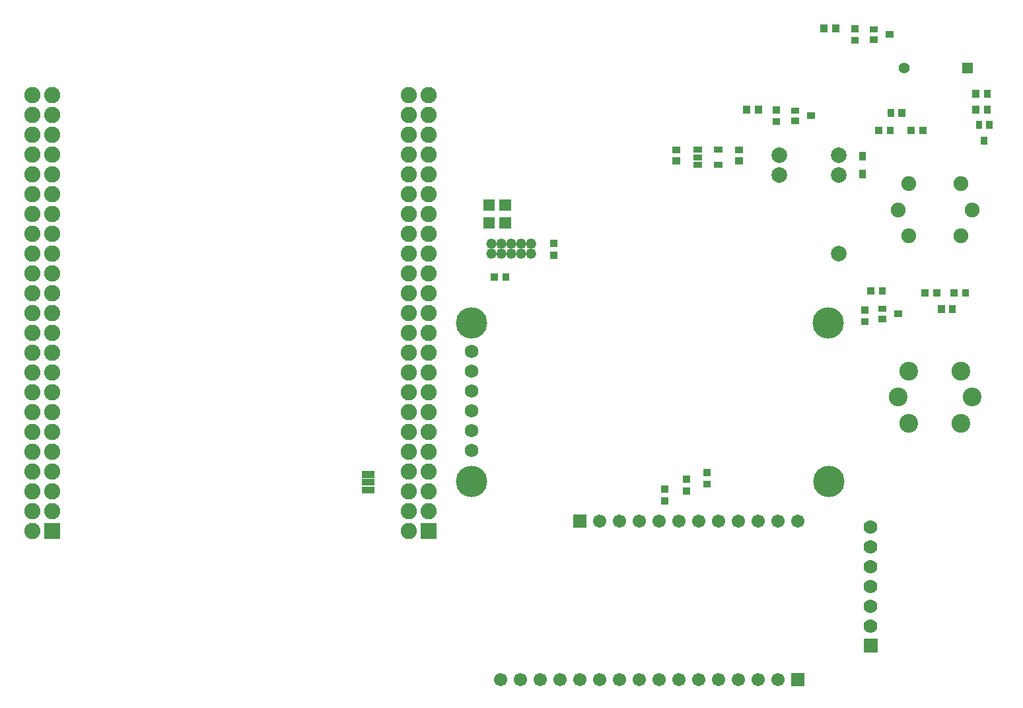
<source format=gts>
G04 Layer: TopSolderMaskLayer*
G04 EasyEDA v6.4.25, 2021-11-15T20:25:19--5:00*
G04 f133b9dff01e4a4db271285c1a4d3a4a,c6d70c2b7c21449b8329efc8d1611fca,10*
G04 Gerber Generator version 0.2*
G04 Scale: 100 percent, Rotated: No, Reflected: No *
G04 Dimensions in inches *
G04 leading zeros omitted , absolute positions ,3 integer and 6 decimal *
%FSLAX36Y36*%
%MOIN*%

%ADD47C,0.0552*%
%ADD48C,0.0789*%
%ADD50C,0.0700*%
%ADD51C,0.0946*%
%ADD52C,0.0680*%
%ADD53C,0.1580*%
%ADD54C,0.0748*%
%ADD55C,0.0520*%
%ADD60C,0.0670*%
%ADD65R,0.0820X0.0820*%
%ADD66C,0.0820*%

%LPD*%
G36*
X4997399Y2887399D02*
G01*
X4997399Y2942600D01*
X5052600Y2942600D01*
X5052600Y2887399D01*
G37*
D47*
G01*
X4705000Y2915000D03*
D48*
G01*
X4075829Y2475819D03*
G01*
X4375039Y2475819D03*
G01*
X4075829Y2375819D03*
G01*
X4375039Y2375819D03*
G01*
X4375039Y1978189D03*
G36*
X4500000Y-35000D02*
G01*
X4500000Y35000D01*
X4570000Y35000D01*
X4570000Y-35000D01*
G37*
D50*
G01*
X4535000Y100000D03*
G01*
X4535000Y200000D03*
G01*
X4535000Y300000D03*
G01*
X4535000Y400000D03*
G01*
X4535000Y500000D03*
G01*
X4535000Y600000D03*
D51*
G01*
X4673000Y1255000D03*
G01*
X5046999Y1255000D03*
G01*
X4728000Y1386999D03*
G01*
X4991999Y1386999D03*
G01*
X4728000Y1123000D03*
G01*
X4991999Y1123000D03*
D52*
G01*
X2520000Y985000D03*
G01*
X2520000Y1085000D03*
G01*
X2520000Y1185000D03*
G01*
X2520000Y1285000D03*
G01*
X2520000Y1385000D03*
G01*
X2520000Y1485000D03*
D53*
G01*
X2520000Y830000D03*
G01*
X2520000Y1630000D03*
G01*
X4325000Y830000D03*
G01*
X4320000Y1630000D03*
D54*
G01*
X4673000Y2200000D03*
G01*
X5046999Y2200000D03*
G01*
X4728000Y2068000D03*
G01*
X4728000Y2331999D03*
G01*
X4991999Y2331999D03*
G01*
X4991999Y2068000D03*
D55*
G01*
X2620000Y1980000D03*
G01*
X2670000Y1980000D03*
G01*
X2720000Y1980000D03*
G01*
X2770000Y1980000D03*
G01*
X2820000Y1980000D03*
G01*
X2620000Y2030000D03*
G01*
X2670000Y2030000D03*
G01*
X2720000Y2030000D03*
G01*
X2770000Y2030000D03*
G01*
X2820000Y2030000D03*
G36*
X4478199Y2357199D02*
G01*
X4478199Y2400500D01*
X4511800Y2400500D01*
X4511800Y2357199D01*
G37*
G36*
X4478199Y2449499D02*
G01*
X4478199Y2492800D01*
X4511800Y2492800D01*
X4511800Y2449499D01*
G37*
G36*
X1968400Y846599D02*
G01*
X1968400Y882100D01*
X2031599Y882100D01*
X2031599Y846599D01*
G37*
G36*
X1968400Y807199D02*
G01*
X1968400Y842800D01*
X2031599Y842800D01*
X2031599Y807199D01*
G37*
G36*
X1968400Y767800D02*
G01*
X1968400Y803400D01*
X2031599Y803400D01*
X2031599Y767800D01*
G37*
G36*
X3850299Y2484800D02*
G01*
X3850299Y2520300D01*
X3889700Y2520300D01*
X3889700Y2484800D01*
G37*
G36*
X3850299Y2429699D02*
G01*
X3850299Y2465200D01*
X3889700Y2465200D01*
X3889700Y2429699D01*
G37*
G36*
X3535299Y2484800D02*
G01*
X3535299Y2520300D01*
X3574700Y2520300D01*
X3574700Y2484800D01*
G37*
G36*
X3535299Y2429699D02*
G01*
X3535299Y2465200D01*
X3574700Y2465200D01*
X3574700Y2429699D01*
G37*
G36*
X4133500Y-203499D02*
G01*
X4133500Y-136500D01*
X4200500Y-136500D01*
X4200500Y-203499D01*
G37*
D60*
G01*
X4066989Y-170000D03*
G01*
X3966989Y-170000D03*
G01*
X3866989Y-170000D03*
G01*
X3766989Y-170000D03*
G01*
X3666989Y-170000D03*
G01*
X3566989Y-170000D03*
G01*
X3466989Y-170000D03*
G01*
X3366989Y-170000D03*
G01*
X3266989Y-170000D03*
G01*
X3166989Y-170000D03*
G01*
X3066989Y-170000D03*
G01*
X2966989Y-170000D03*
G01*
X2866989Y-170000D03*
G01*
X2766989Y-170000D03*
G01*
X2666989Y-170000D03*
G01*
X4166989Y630000D03*
G01*
X4066989Y630000D03*
G01*
X3966989Y630000D03*
G01*
X3866989Y630000D03*
G01*
X3766989Y630000D03*
G01*
X3666989Y630000D03*
G01*
X3566989Y630000D03*
G01*
X3466989Y630000D03*
G01*
X3366989Y630000D03*
G01*
X3266989Y630000D03*
G01*
X3166989Y630000D03*
G36*
X3033500Y596500D02*
G01*
X3033500Y663499D01*
X3100500Y663499D01*
X3100500Y596500D01*
G37*
G36*
X4575299Y1685199D02*
G01*
X4575299Y1716799D01*
X4614700Y1716799D01*
X4614700Y1685199D01*
G37*
G36*
X4575299Y1633200D02*
G01*
X4575299Y1664800D01*
X4614700Y1664800D01*
X4614700Y1633200D01*
G37*
G36*
X4655299Y1659200D02*
G01*
X4655299Y1690799D01*
X4694700Y1690799D01*
X4694700Y1659200D01*
G37*
G36*
X4530299Y3095200D02*
G01*
X4530299Y3126799D01*
X4569700Y3126799D01*
X4569700Y3095200D01*
G37*
G36*
X4530299Y3043200D02*
G01*
X4530299Y3074800D01*
X4569700Y3074800D01*
X4569700Y3043200D01*
G37*
G36*
X4610299Y3069200D02*
G01*
X4610299Y3100799D01*
X4649700Y3100799D01*
X4649700Y3069200D01*
G37*
G36*
X5118500Y2610300D02*
G01*
X5118500Y2649699D01*
X5150100Y2649699D01*
X5150100Y2610300D01*
G37*
G36*
X5066499Y2610300D02*
G01*
X5066499Y2649699D01*
X5098100Y2649699D01*
X5098100Y2610300D01*
G37*
G36*
X5092500Y2530300D02*
G01*
X5092500Y2569699D01*
X5124099Y2569699D01*
X5124099Y2530300D01*
G37*
G36*
X4135299Y2685200D02*
G01*
X4135299Y2716799D01*
X4174700Y2716799D01*
X4174700Y2685200D01*
G37*
G36*
X4135299Y2633200D02*
G01*
X4135299Y2664800D01*
X4174700Y2664800D01*
X4174700Y2633200D01*
G37*
G36*
X4215299Y2659200D02*
G01*
X4215299Y2690799D01*
X4254700Y2690799D01*
X4254700Y2659200D01*
G37*
G36*
X4996800Y1760999D02*
G01*
X4996800Y1799000D01*
X5032500Y1799000D01*
X5032500Y1760999D01*
G37*
G36*
X4937500Y1760999D02*
G01*
X4937500Y1799000D01*
X4973199Y1799000D01*
X4973199Y1760999D01*
G37*
G36*
X2617500Y1840999D02*
G01*
X2617500Y1879000D01*
X2653199Y1879000D01*
X2653199Y1840999D01*
G37*
G36*
X2676800Y1840999D02*
G01*
X2676800Y1879000D01*
X2712500Y1879000D01*
X2712500Y1840999D01*
G37*
G36*
X2916000Y1952500D02*
G01*
X2916000Y1988200D01*
X2953999Y1988200D01*
X2953999Y1952500D01*
G37*
G36*
X2916000Y2011799D02*
G01*
X2916000Y2047500D01*
X2953999Y2047500D01*
X2953999Y2011799D01*
G37*
G36*
X4851800Y1760999D02*
G01*
X4851800Y1799000D01*
X4887500Y1799000D01*
X4887500Y1760999D01*
G37*
G36*
X4792500Y1760999D02*
G01*
X4792500Y1799000D01*
X4828199Y1799000D01*
X4828199Y1760999D01*
G37*
G36*
X4722500Y2580999D02*
G01*
X4722500Y2619000D01*
X4758199Y2619000D01*
X4758199Y2580999D01*
G37*
G36*
X4781800Y2580999D02*
G01*
X4781800Y2619000D01*
X4817500Y2619000D01*
X4817500Y2580999D01*
G37*
G36*
X4557500Y2580999D02*
G01*
X4557500Y2619000D01*
X4593199Y2619000D01*
X4593199Y2580999D01*
G37*
G36*
X4616800Y2580999D02*
G01*
X4616800Y2619000D01*
X4652500Y2619000D01*
X4652500Y2580999D01*
G37*
D65*
G01*
X2305000Y580000D03*
D66*
G01*
X2205000Y580000D03*
G01*
X2305000Y680000D03*
G01*
X2205000Y680000D03*
G01*
X2305000Y780000D03*
G01*
X2205000Y780000D03*
G01*
X2305000Y880000D03*
G01*
X2205000Y880000D03*
G01*
X2305000Y980000D03*
G01*
X2205000Y980000D03*
G01*
X2305000Y1080000D03*
G01*
X2205000Y1080000D03*
G01*
X2305000Y1180000D03*
G01*
X2205000Y1180000D03*
G01*
X2305000Y1280000D03*
G01*
X2205000Y1280000D03*
G01*
X2305000Y1380000D03*
G01*
X2205000Y1380000D03*
G01*
X2305000Y1480000D03*
G01*
X2205000Y1480000D03*
G01*
X2305000Y1580000D03*
G01*
X2205000Y1580000D03*
G01*
X2305000Y1680000D03*
G01*
X2205000Y1680000D03*
G01*
X2305000Y1780000D03*
G01*
X2205000Y1780000D03*
G01*
X2305000Y1880000D03*
G01*
X2205000Y1880000D03*
G01*
X2305000Y1980000D03*
G01*
X2205000Y1980000D03*
G01*
X2305000Y2080000D03*
G01*
X2205000Y2080000D03*
G01*
X2305000Y2180000D03*
G01*
X2205000Y2180000D03*
G01*
X2305000Y2280000D03*
G01*
X2205000Y2280000D03*
G01*
X2305000Y2380000D03*
G01*
X2205000Y2380000D03*
G01*
X2305000Y2480000D03*
G01*
X2205000Y2480000D03*
G01*
X2305000Y2580000D03*
G01*
X2205000Y2580000D03*
G01*
X2305000Y2680000D03*
G01*
X2205000Y2680000D03*
G01*
X2305000Y2780000D03*
G01*
X2205000Y2780000D03*
D65*
G01*
X405000Y580000D03*
D66*
G01*
X305000Y580000D03*
G01*
X405000Y680000D03*
G01*
X305000Y680000D03*
G01*
X405000Y780000D03*
G01*
X305000Y780000D03*
G01*
X405000Y880000D03*
G01*
X305000Y880000D03*
G01*
X405000Y980000D03*
G01*
X305000Y980000D03*
G01*
X405000Y1080000D03*
G01*
X305000Y1080000D03*
G01*
X405000Y1180000D03*
G01*
X305000Y1180000D03*
G01*
X405000Y1280000D03*
G01*
X305000Y1280000D03*
G01*
X405000Y1380000D03*
G01*
X305000Y1380000D03*
G01*
X405000Y1480000D03*
G01*
X305000Y1480000D03*
G01*
X405000Y1580000D03*
G01*
X305000Y1580000D03*
G01*
X405000Y1680000D03*
G01*
X305000Y1680000D03*
G01*
X405000Y1780000D03*
G01*
X305000Y1780000D03*
G01*
X405000Y1880000D03*
G01*
X305000Y1880000D03*
G01*
X405000Y1980000D03*
G01*
X305000Y1980000D03*
G01*
X405000Y2080000D03*
G01*
X305000Y2080000D03*
G01*
X405000Y2180000D03*
G01*
X305000Y2180000D03*
G01*
X405000Y2280000D03*
G01*
X305000Y2280000D03*
G01*
X405000Y2380000D03*
G01*
X305000Y2380000D03*
G01*
X405000Y2480000D03*
G01*
X305000Y2480000D03*
G01*
X405000Y2580000D03*
G01*
X305000Y2580000D03*
G01*
X405000Y2680000D03*
G01*
X305000Y2680000D03*
G01*
X405000Y2780000D03*
G01*
X305000Y2780000D03*
G36*
X3642100Y2487600D02*
G01*
X3642100Y2517199D01*
X3685500Y2517199D01*
X3685500Y2487600D01*
G37*
G36*
X3642100Y2450200D02*
G01*
X3642100Y2479800D01*
X3685500Y2479800D01*
X3685500Y2450200D01*
G37*
G36*
X3642100Y2412800D02*
G01*
X3642100Y2442399D01*
X3685500Y2442399D01*
X3685500Y2412800D01*
G37*
G36*
X3744499Y2412800D02*
G01*
X3744499Y2442399D01*
X3787899Y2442399D01*
X3787899Y2412800D01*
G37*
G36*
X3744499Y2487600D02*
G01*
X3744499Y2517199D01*
X3787899Y2517199D01*
X3787899Y2487600D01*
G37*
G36*
X4619700Y2670300D02*
G01*
X4619700Y2709699D01*
X4655200Y2709699D01*
X4655200Y2670300D01*
G37*
G36*
X4674799Y2670300D02*
G01*
X4674799Y2709699D01*
X4710299Y2709699D01*
X4710299Y2670300D01*
G37*
G36*
X4929799Y1680300D02*
G01*
X4929799Y1719699D01*
X4965299Y1719699D01*
X4965299Y1680300D01*
G37*
G36*
X4874700Y1680300D02*
G01*
X4874700Y1719699D01*
X4910200Y1719699D01*
X4910200Y1680300D01*
G37*
G36*
X4517500Y1770999D02*
G01*
X4517500Y1809000D01*
X4553199Y1809000D01*
X4553199Y1770999D01*
G37*
G36*
X4576800Y1770999D02*
G01*
X4576800Y1809000D01*
X4612500Y1809000D01*
X4612500Y1770999D01*
G37*
G36*
X5047500Y2765999D02*
G01*
X5047500Y2804000D01*
X5083199Y2804000D01*
X5083199Y2765999D01*
G37*
G36*
X5106800Y2765999D02*
G01*
X5106800Y2804000D01*
X5142500Y2804000D01*
X5142500Y2765999D01*
G37*
G36*
X3892500Y2685999D02*
G01*
X3892500Y2724000D01*
X3928199Y2724000D01*
X3928199Y2685999D01*
G37*
G36*
X3951800Y2685999D02*
G01*
X3951800Y2724000D01*
X3987500Y2724000D01*
X3987500Y2685999D01*
G37*
G36*
X4282500Y3095999D02*
G01*
X4282500Y3134000D01*
X4318199Y3134000D01*
X4318199Y3095999D01*
G37*
G36*
X4341800Y3095999D02*
G01*
X4341800Y3134000D01*
X4377500Y3134000D01*
X4377500Y3095999D01*
G37*
G36*
X4486000Y1676799D02*
G01*
X4486000Y1712500D01*
X4523999Y1712500D01*
X4523999Y1676799D01*
G37*
G36*
X4486000Y1617500D02*
G01*
X4486000Y1653200D01*
X4523999Y1653200D01*
X4523999Y1617500D01*
G37*
G36*
X5106800Y2685999D02*
G01*
X5106800Y2724000D01*
X5142500Y2724000D01*
X5142500Y2685999D01*
G37*
G36*
X5047500Y2685999D02*
G01*
X5047500Y2724000D01*
X5083199Y2724000D01*
X5083199Y2685999D01*
G37*
G36*
X4041000Y2686799D02*
G01*
X4041000Y2722500D01*
X4078999Y2722500D01*
X4078999Y2686799D01*
G37*
G36*
X4041000Y2627500D02*
G01*
X4041000Y2663200D01*
X4078999Y2663200D01*
X4078999Y2627500D01*
G37*
G36*
X4436000Y3096799D02*
G01*
X4436000Y3132500D01*
X4473999Y3132500D01*
X4473999Y3096799D01*
G37*
G36*
X4436000Y3037500D02*
G01*
X4436000Y3073200D01*
X4473999Y3073200D01*
X4473999Y3037500D01*
G37*
G36*
X2579700Y2106399D02*
G01*
X2579700Y2163600D01*
X2639200Y2163600D01*
X2639200Y2106399D01*
G37*
G36*
X2660799Y2106399D02*
G01*
X2660799Y2163600D01*
X2720299Y2163600D01*
X2720299Y2106399D01*
G37*
G36*
X2579700Y2196399D02*
G01*
X2579700Y2253600D01*
X2639200Y2253600D01*
X2639200Y2196399D01*
G37*
G36*
X2660799Y2196399D02*
G01*
X2660799Y2253600D01*
X2720299Y2253600D01*
X2720299Y2196399D01*
G37*
G36*
X3691000Y856799D02*
G01*
X3691000Y892500D01*
X3728999Y892500D01*
X3728999Y856799D01*
G37*
G36*
X3691000Y797500D02*
G01*
X3691000Y833200D01*
X3728999Y833200D01*
X3728999Y797500D01*
G37*
G36*
X3586000Y821799D02*
G01*
X3586000Y857500D01*
X3623999Y857500D01*
X3623999Y821799D01*
G37*
G36*
X3586000Y762500D02*
G01*
X3586000Y798200D01*
X3623999Y798200D01*
X3623999Y762500D01*
G37*
G36*
X3476000Y771799D02*
G01*
X3476000Y807500D01*
X3513999Y807500D01*
X3513999Y771799D01*
G37*
G36*
X3476000Y712500D02*
G01*
X3476000Y748200D01*
X3513999Y748200D01*
X3513999Y712500D01*
G37*
M02*

</source>
